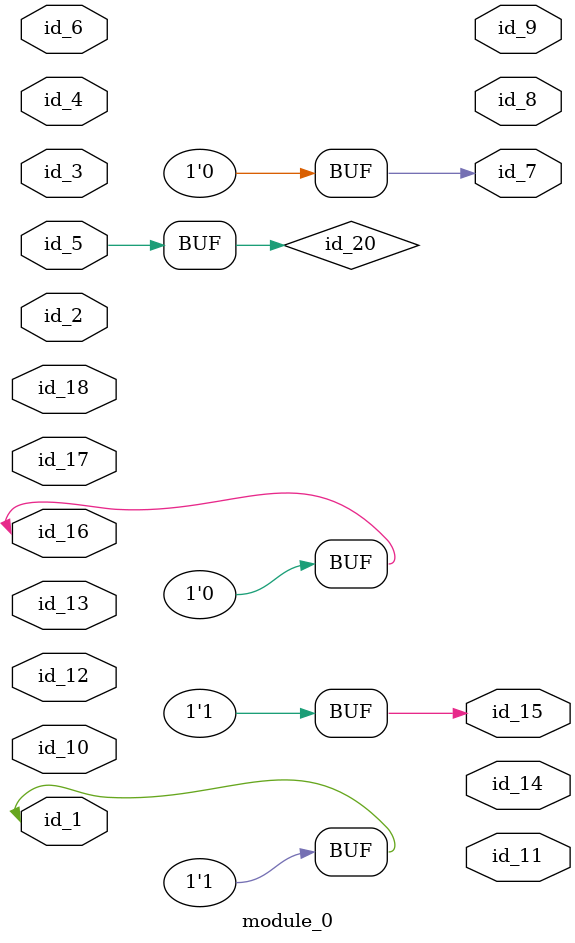
<source format=v>
module module_0 (
    id_1,
    id_2,
    id_3,
    id_4,
    id_5,
    id_6,
    id_7,
    id_8,
    id_9,
    id_10,
    id_11,
    id_12,
    id_13,
    id_14,
    id_15,
    id_16,
    id_17,
    id_18
);
  inout wire id_18;
  input wire id_17;
  inout wire id_16;
  output wire id_15;
  output wire id_14;
  input wire id_13;
  input wire id_12;
  output wire id_11;
  input wire id_10;
  output wire id_9;
  output wire id_8;
  output wire id_7;
  input wire id_6;
  input wire id_5;
  input wire id_4;
  inout wire id_3;
  input wire id_2;
  inout wire id_1;
  assign id_15 = 1;
  assign id_7  = 1 + 1;
  wire id_19;
  assign id_16 = 1'h0;
  wire id_20 = id_5;
  assign id_1 = (1);
endmodule
module module_1;
  wire id_1;
  wire id_2;
  module_0 modCall_1 (
      id_2,
      id_1,
      id_1,
      id_2,
      id_2,
      id_1,
      id_2,
      id_2,
      id_2,
      id_2,
      id_1,
      id_1,
      id_1,
      id_2,
      id_1,
      id_1,
      id_1,
      id_2
  );
  wire id_3;
endmodule

</source>
